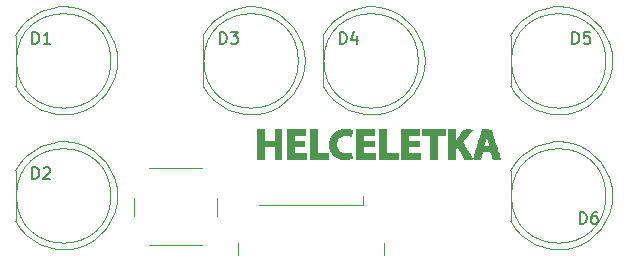
<source format=gbr>
%TF.GenerationSoftware,KiCad,Pcbnew,(5.1.6)-1*%
%TF.CreationDate,2020-05-26T13:10:35+02:00*%
%TF.ProjectId,semaforBoard,73656d61-666f-4724-926f-6172642e6b69,rev?*%
%TF.SameCoordinates,Original*%
%TF.FileFunction,Legend,Top*%
%TF.FilePolarity,Positive*%
%FSLAX46Y46*%
G04 Gerber Fmt 4.6, Leading zero omitted, Abs format (unit mm)*
G04 Created by KiCad (PCBNEW (5.1.6)-1) date 2020-05-26 13:10:35*
%MOMM*%
%LPD*%
G01*
G04 APERTURE LIST*
%ADD10C,0.010000*%
%ADD11C,0.120000*%
%ADD12C,0.150000*%
G04 APERTURE END LIST*
D10*
%TO.C,G2*%
G36*
X157721292Y-93433580D02*
G01*
X158095213Y-93438133D01*
X158479124Y-94661494D01*
X158540439Y-94857341D01*
X158598510Y-95043719D01*
X158652571Y-95218122D01*
X158701859Y-95378043D01*
X158745611Y-95520976D01*
X158783062Y-95644412D01*
X158813449Y-95745846D01*
X158836008Y-95822771D01*
X158849975Y-95872681D01*
X158854586Y-95893067D01*
X158854495Y-95893394D01*
X158835604Y-95896150D01*
X158788439Y-95898537D01*
X158718593Y-95900398D01*
X158631658Y-95901579D01*
X158545974Y-95901933D01*
X158245992Y-95901933D01*
X158202948Y-95762233D01*
X158178810Y-95683528D01*
X158149540Y-95587551D01*
X158119755Y-95489463D01*
X158104946Y-95440500D01*
X158049989Y-95258466D01*
X157361954Y-95258466D01*
X157343438Y-95330433D01*
X157332101Y-95372565D01*
X157313590Y-95439209D01*
X157290154Y-95522347D01*
X157264046Y-95613961D01*
X157254294Y-95647933D01*
X157183667Y-95893467D01*
X156891567Y-95898100D01*
X156772610Y-95899001D01*
X156683702Y-95897501D01*
X156625990Y-95893649D01*
X156600623Y-95887493D01*
X156599467Y-95885506D01*
X156604267Y-95867823D01*
X156618042Y-95820834D01*
X156639856Y-95747615D01*
X156668774Y-95651245D01*
X156703860Y-95534800D01*
X156744177Y-95401359D01*
X156788789Y-95253997D01*
X156836761Y-95095794D01*
X156887157Y-94929826D01*
X156921297Y-94817531D01*
X157451942Y-94817531D01*
X157460263Y-94825198D01*
X157483016Y-94830267D01*
X157524847Y-94833261D01*
X157590403Y-94834706D01*
X157684331Y-94835126D01*
X157704845Y-94835133D01*
X157967179Y-94835133D01*
X157892581Y-94585367D01*
X157860512Y-94476161D01*
X157826443Y-94357079D01*
X157794183Y-94241620D01*
X157767546Y-94143278D01*
X157764680Y-94132400D01*
X157743366Y-94053493D01*
X157724134Y-93986579D01*
X157709023Y-93938472D01*
X157700075Y-93915987D01*
X157699790Y-93915615D01*
X157690876Y-93923539D01*
X157678734Y-93957428D01*
X157666259Y-94008748D01*
X157656053Y-94053349D01*
X157639110Y-94121843D01*
X157617055Y-94208146D01*
X157591509Y-94306176D01*
X157564096Y-94409848D01*
X157536437Y-94513081D01*
X157510155Y-94609789D01*
X157486874Y-94693891D01*
X157468215Y-94759302D01*
X157455802Y-94799940D01*
X157453406Y-94806739D01*
X157451942Y-94817531D01*
X156921297Y-94817531D01*
X156939040Y-94759170D01*
X156991475Y-94586904D01*
X157043526Y-94416105D01*
X157094256Y-94249852D01*
X157142730Y-94091220D01*
X157188012Y-93943287D01*
X157229165Y-93809132D01*
X157265255Y-93691830D01*
X157295344Y-93594461D01*
X157318497Y-93520100D01*
X157329760Y-93484380D01*
X157347371Y-93429026D01*
X157721292Y-93433580D01*
G37*
X157721292Y-93433580D02*
X158095213Y-93438133D01*
X158479124Y-94661494D01*
X158540439Y-94857341D01*
X158598510Y-95043719D01*
X158652571Y-95218122D01*
X158701859Y-95378043D01*
X158745611Y-95520976D01*
X158783062Y-95644412D01*
X158813449Y-95745846D01*
X158836008Y-95822771D01*
X158849975Y-95872681D01*
X158854586Y-95893067D01*
X158854495Y-95893394D01*
X158835604Y-95896150D01*
X158788439Y-95898537D01*
X158718593Y-95900398D01*
X158631658Y-95901579D01*
X158545974Y-95901933D01*
X158245992Y-95901933D01*
X158202948Y-95762233D01*
X158178810Y-95683528D01*
X158149540Y-95587551D01*
X158119755Y-95489463D01*
X158104946Y-95440500D01*
X158049989Y-95258466D01*
X157361954Y-95258466D01*
X157343438Y-95330433D01*
X157332101Y-95372565D01*
X157313590Y-95439209D01*
X157290154Y-95522347D01*
X157264046Y-95613961D01*
X157254294Y-95647933D01*
X157183667Y-95893467D01*
X156891567Y-95898100D01*
X156772610Y-95899001D01*
X156683702Y-95897501D01*
X156625990Y-95893649D01*
X156600623Y-95887493D01*
X156599467Y-95885506D01*
X156604267Y-95867823D01*
X156618042Y-95820834D01*
X156639856Y-95747615D01*
X156668774Y-95651245D01*
X156703860Y-95534800D01*
X156744177Y-95401359D01*
X156788789Y-95253997D01*
X156836761Y-95095794D01*
X156887157Y-94929826D01*
X156921297Y-94817531D01*
X157451942Y-94817531D01*
X157460263Y-94825198D01*
X157483016Y-94830267D01*
X157524847Y-94833261D01*
X157590403Y-94834706D01*
X157684331Y-94835126D01*
X157704845Y-94835133D01*
X157967179Y-94835133D01*
X157892581Y-94585367D01*
X157860512Y-94476161D01*
X157826443Y-94357079D01*
X157794183Y-94241620D01*
X157767546Y-94143278D01*
X157764680Y-94132400D01*
X157743366Y-94053493D01*
X157724134Y-93986579D01*
X157709023Y-93938472D01*
X157700075Y-93915987D01*
X157699790Y-93915615D01*
X157690876Y-93923539D01*
X157678734Y-93957428D01*
X157666259Y-94008748D01*
X157656053Y-94053349D01*
X157639110Y-94121843D01*
X157617055Y-94208146D01*
X157591509Y-94306176D01*
X157564096Y-94409848D01*
X157536437Y-94513081D01*
X157510155Y-94609789D01*
X157486874Y-94693891D01*
X157468215Y-94759302D01*
X157455802Y-94799940D01*
X157453406Y-94806739D01*
X157451942Y-94817531D01*
X156921297Y-94817531D01*
X156939040Y-94759170D01*
X156991475Y-94586904D01*
X157043526Y-94416105D01*
X157094256Y-94249852D01*
X157142730Y-94091220D01*
X157188012Y-93943287D01*
X157229165Y-93809132D01*
X157265255Y-93691830D01*
X157295344Y-93594461D01*
X157318497Y-93520100D01*
X157329760Y-93484380D01*
X157347371Y-93429026D01*
X157721292Y-93433580D01*
G36*
X155041600Y-94498891D02*
G01*
X155234041Y-94214045D01*
X155307977Y-94104810D01*
X155389948Y-93984041D01*
X155472679Y-93862434D01*
X155548895Y-93750687D01*
X155594743Y-93683667D01*
X155763003Y-93438133D01*
X156115029Y-93433552D01*
X156238183Y-93432698D01*
X156336709Y-93433590D01*
X156408234Y-93436147D01*
X156450385Y-93440291D01*
X156461294Y-93445189D01*
X156449876Y-93461785D01*
X156419878Y-93501956D01*
X156373648Y-93562652D01*
X156313534Y-93640820D01*
X156241883Y-93733409D01*
X156161042Y-93837367D01*
X156073358Y-93949643D01*
X156067914Y-93956598D01*
X155979769Y-94069707D01*
X155898344Y-94175153D01*
X155825999Y-94269812D01*
X155765090Y-94350554D01*
X155717977Y-94414254D01*
X155687017Y-94457784D01*
X155674568Y-94478017D01*
X155674474Y-94478361D01*
X155681917Y-94497748D01*
X155705511Y-94542973D01*
X155743545Y-94611101D01*
X155794310Y-94699196D01*
X155856097Y-94804322D01*
X155927194Y-94923543D01*
X156005893Y-95053924D01*
X156089382Y-95190733D01*
X156173626Y-95328706D01*
X156251765Y-95457944D01*
X156322123Y-95575583D01*
X156383023Y-95678762D01*
X156432790Y-95764616D01*
X156469748Y-95830284D01*
X156492221Y-95872903D01*
X156498532Y-95889609D01*
X156498524Y-95889618D01*
X156478705Y-95893486D01*
X156430500Y-95896412D01*
X156359381Y-95898253D01*
X156270817Y-95898871D01*
X156170282Y-95898127D01*
X156167336Y-95898085D01*
X155847734Y-95893467D01*
X155550501Y-95373354D01*
X155481438Y-95252920D01*
X155417585Y-95142366D01*
X155360891Y-95045005D01*
X155313304Y-94964152D01*
X155276775Y-94903119D01*
X155253252Y-94865222D01*
X155244800Y-94853634D01*
X155231228Y-94866155D01*
X155201890Y-94899401D01*
X155161916Y-94947445D01*
X155139026Y-94975813D01*
X155041718Y-95097600D01*
X155041659Y-95499767D01*
X155041600Y-95901933D01*
X154482800Y-95901933D01*
X154482800Y-93429667D01*
X155041600Y-93429667D01*
X155041600Y-94498891D01*
G37*
X155041600Y-94498891D02*
X155234041Y-94214045D01*
X155307977Y-94104810D01*
X155389948Y-93984041D01*
X155472679Y-93862434D01*
X155548895Y-93750687D01*
X155594743Y-93683667D01*
X155763003Y-93438133D01*
X156115029Y-93433552D01*
X156238183Y-93432698D01*
X156336709Y-93433590D01*
X156408234Y-93436147D01*
X156450385Y-93440291D01*
X156461294Y-93445189D01*
X156449876Y-93461785D01*
X156419878Y-93501956D01*
X156373648Y-93562652D01*
X156313534Y-93640820D01*
X156241883Y-93733409D01*
X156161042Y-93837367D01*
X156073358Y-93949643D01*
X156067914Y-93956598D01*
X155979769Y-94069707D01*
X155898344Y-94175153D01*
X155825999Y-94269812D01*
X155765090Y-94350554D01*
X155717977Y-94414254D01*
X155687017Y-94457784D01*
X155674568Y-94478017D01*
X155674474Y-94478361D01*
X155681917Y-94497748D01*
X155705511Y-94542973D01*
X155743545Y-94611101D01*
X155794310Y-94699196D01*
X155856097Y-94804322D01*
X155927194Y-94923543D01*
X156005893Y-95053924D01*
X156089382Y-95190733D01*
X156173626Y-95328706D01*
X156251765Y-95457944D01*
X156322123Y-95575583D01*
X156383023Y-95678762D01*
X156432790Y-95764616D01*
X156469748Y-95830284D01*
X156492221Y-95872903D01*
X156498532Y-95889609D01*
X156498524Y-95889618D01*
X156478705Y-95893486D01*
X156430500Y-95896412D01*
X156359381Y-95898253D01*
X156270817Y-95898871D01*
X156170282Y-95898127D01*
X156167336Y-95898085D01*
X155847734Y-95893467D01*
X155550501Y-95373354D01*
X155481438Y-95252920D01*
X155417585Y-95142366D01*
X155360891Y-95045005D01*
X155313304Y-94964152D01*
X155276775Y-94903119D01*
X155253252Y-94865222D01*
X155244800Y-94853634D01*
X155231228Y-94866155D01*
X155201890Y-94899401D01*
X155161916Y-94947445D01*
X155139026Y-94975813D01*
X155041718Y-95097600D01*
X155041659Y-95499767D01*
X155041600Y-95901933D01*
X154482800Y-95901933D01*
X154482800Y-93429667D01*
X155041600Y-93429667D01*
X155041600Y-94498891D01*
G36*
X154194933Y-93903800D02*
G01*
X153534804Y-93903800D01*
X153530436Y-94898633D01*
X153526067Y-95893467D01*
X153242433Y-95898109D01*
X152958800Y-95902752D01*
X152958800Y-93903800D01*
X152281467Y-93903800D01*
X152281467Y-93429667D01*
X154194933Y-93429667D01*
X154194933Y-93903800D01*
G37*
X154194933Y-93903800D02*
X153534804Y-93903800D01*
X153530436Y-94898633D01*
X153526067Y-95893467D01*
X153242433Y-95898109D01*
X152958800Y-95902752D01*
X152958800Y-93903800D01*
X152281467Y-93903800D01*
X152281467Y-93429667D01*
X154194933Y-93429667D01*
X154194933Y-93903800D01*
G36*
X152044400Y-93903800D02*
G01*
X151079200Y-93903800D01*
X151079200Y-94394867D01*
X151993600Y-94394867D01*
X151993600Y-94852067D01*
X151079200Y-94852067D01*
X151079200Y-95427800D01*
X152095200Y-95427800D01*
X152095200Y-95901933D01*
X150503467Y-95901933D01*
X150503467Y-93429667D01*
X152044400Y-93429667D01*
X152044400Y-93903800D01*
G37*
X152044400Y-93903800D02*
X151079200Y-93903800D01*
X151079200Y-94394867D01*
X151993600Y-94394867D01*
X151993600Y-94852067D01*
X151079200Y-94852067D01*
X151079200Y-95427800D01*
X152095200Y-95427800D01*
X152095200Y-95901933D01*
X150503467Y-95901933D01*
X150503467Y-93429667D01*
X152044400Y-93429667D01*
X152044400Y-93903800D01*
G36*
X149216534Y-95410867D02*
G01*
X150199597Y-95410867D01*
X150194898Y-95652167D01*
X150190200Y-95893467D01*
X148640800Y-95902275D01*
X148640800Y-93429667D01*
X149216534Y-93429667D01*
X149216534Y-95410867D01*
G37*
X149216534Y-95410867D02*
X150199597Y-95410867D01*
X150194898Y-95652167D01*
X150190200Y-95893467D01*
X148640800Y-95902275D01*
X148640800Y-93429667D01*
X149216534Y-93429667D01*
X149216534Y-95410867D01*
G36*
X148217467Y-93903800D02*
G01*
X147252267Y-93903800D01*
X147252267Y-94394867D01*
X148166667Y-94394867D01*
X148166667Y-94852067D01*
X147252267Y-94852067D01*
X147252267Y-95427800D01*
X148268267Y-95427800D01*
X148268267Y-95901933D01*
X146693467Y-95901933D01*
X146693467Y-93429667D01*
X148217467Y-93429667D01*
X148217467Y-93903800D01*
G37*
X148217467Y-93903800D02*
X147252267Y-93903800D01*
X147252267Y-94394867D01*
X148166667Y-94394867D01*
X148166667Y-94852067D01*
X147252267Y-94852067D01*
X147252267Y-95427800D01*
X148268267Y-95427800D01*
X148268267Y-95901933D01*
X146693467Y-95901933D01*
X146693467Y-93429667D01*
X148217467Y-93429667D01*
X148217467Y-93903800D01*
G36*
X143357600Y-95410867D02*
G01*
X144340663Y-95410867D01*
X144331267Y-95893467D01*
X142781867Y-95902275D01*
X142781867Y-93429667D01*
X143357600Y-93429667D01*
X143357600Y-95410867D01*
G37*
X143357600Y-95410867D02*
X144340663Y-95410867D01*
X144331267Y-95893467D01*
X142781867Y-95902275D01*
X142781867Y-93429667D01*
X143357600Y-93429667D01*
X143357600Y-95410867D01*
G36*
X142358533Y-93903800D02*
G01*
X141393334Y-93903800D01*
X141393334Y-94394867D01*
X142307733Y-94394867D01*
X142307733Y-94852067D01*
X141393334Y-94852067D01*
X141393334Y-95427800D01*
X142409334Y-95427800D01*
X142409334Y-95901933D01*
X140834534Y-95901933D01*
X140834534Y-93429667D01*
X142358533Y-93429667D01*
X142358533Y-93903800D01*
G37*
X142358533Y-93903800D02*
X141393334Y-93903800D01*
X141393334Y-94394867D01*
X142307733Y-94394867D01*
X142307733Y-94852067D01*
X141393334Y-94852067D01*
X141393334Y-95427800D01*
X142409334Y-95427800D01*
X142409334Y-95901933D01*
X140834534Y-95901933D01*
X140834534Y-93429667D01*
X142358533Y-93429667D01*
X142358533Y-93903800D01*
G36*
X138887200Y-94377933D02*
G01*
X139784667Y-94377933D01*
X139784667Y-93429667D01*
X140360621Y-93429667D01*
X140356277Y-94661567D01*
X140351934Y-95893467D01*
X140068300Y-95898109D01*
X139784667Y-95902752D01*
X139784667Y-94869000D01*
X138887697Y-94869000D01*
X138883215Y-95381233D01*
X138878734Y-95893467D01*
X138595100Y-95898109D01*
X138311467Y-95902752D01*
X138311467Y-93429667D01*
X138887200Y-93429667D01*
X138887200Y-94377933D01*
G37*
X138887200Y-94377933D02*
X139784667Y-94377933D01*
X139784667Y-93429667D01*
X140360621Y-93429667D01*
X140356277Y-94661567D01*
X140351934Y-95893467D01*
X140068300Y-95898109D01*
X139784667Y-95902752D01*
X139784667Y-94869000D01*
X138887697Y-94869000D01*
X138883215Y-95381233D01*
X138878734Y-95893467D01*
X138595100Y-95898109D01*
X138311467Y-95902752D01*
X138311467Y-93429667D01*
X138887200Y-93429667D01*
X138887200Y-94377933D01*
G36*
X145875350Y-93406136D02*
G01*
X145962208Y-93408020D01*
X146030203Y-93412090D01*
X146086833Y-93419020D01*
X146139595Y-93429486D01*
X146195987Y-93444163D01*
X146199554Y-93445165D01*
X146264383Y-93465661D01*
X146315740Y-93486074D01*
X146345481Y-93502998D01*
X146349426Y-93507819D01*
X146348543Y-93532073D01*
X146339840Y-93581963D01*
X146324734Y-93650545D01*
X146304642Y-93730872D01*
X146301472Y-93742808D01*
X146276695Y-93832264D01*
X146257554Y-93892866D01*
X146242340Y-93928821D01*
X146229340Y-93944337D01*
X146219333Y-93944838D01*
X146101133Y-93908604D01*
X145965117Y-93884084D01*
X145822596Y-93872099D01*
X145684878Y-93873470D01*
X145563270Y-93889018D01*
X145536575Y-93895252D01*
X145388844Y-93949778D01*
X145262637Y-94030034D01*
X145159336Y-94134523D01*
X145080322Y-94261752D01*
X145026977Y-94410223D01*
X145016198Y-94458615D01*
X145003972Y-94560463D01*
X145001997Y-94676551D01*
X145009523Y-94795040D01*
X145025799Y-94904087D01*
X145049972Y-94991584D01*
X145119649Y-95133158D01*
X145210609Y-95248573D01*
X145323019Y-95337931D01*
X145457045Y-95401335D01*
X145612854Y-95438887D01*
X145790614Y-95450691D01*
X145796000Y-95450651D01*
X145917954Y-95444672D01*
X146038502Y-95430099D01*
X146146390Y-95408647D01*
X146220939Y-95385825D01*
X146233595Y-95386144D01*
X146244836Y-95401105D01*
X146256349Y-95435574D01*
X146269818Y-95494420D01*
X146284439Y-95569228D01*
X146302463Y-95666703D01*
X146313779Y-95736305D01*
X146318196Y-95783395D01*
X146315520Y-95813334D01*
X146305559Y-95831482D01*
X146288120Y-95843201D01*
X146274367Y-95849220D01*
X146195559Y-95873694D01*
X146091198Y-95894662D01*
X145969479Y-95911455D01*
X145838597Y-95923401D01*
X145706748Y-95929829D01*
X145582126Y-95930069D01*
X145472926Y-95923448D01*
X145431933Y-95918197D01*
X145227430Y-95871932D01*
X145041236Y-95800438D01*
X144875423Y-95705114D01*
X144732067Y-95587361D01*
X144613240Y-95448580D01*
X144530166Y-95309266D01*
X144479608Y-95197860D01*
X144443425Y-95094685D01*
X144419588Y-94990062D01*
X144406066Y-94874313D01*
X144400831Y-94737759D01*
X144400573Y-94691200D01*
X144405025Y-94536934D01*
X144419909Y-94404735D01*
X144447582Y-94283779D01*
X144490403Y-94163244D01*
X144538925Y-94056200D01*
X144609181Y-93940115D01*
X144704203Y-93823429D01*
X144815973Y-93714035D01*
X144936475Y-93619829D01*
X145050933Y-93551987D01*
X145160221Y-93501298D01*
X145259185Y-93463436D01*
X145356166Y-93436687D01*
X145459506Y-93419334D01*
X145577546Y-93409664D01*
X145718628Y-93405960D01*
X145762133Y-93405761D01*
X145875350Y-93406136D01*
G37*
X145875350Y-93406136D02*
X145962208Y-93408020D01*
X146030203Y-93412090D01*
X146086833Y-93419020D01*
X146139595Y-93429486D01*
X146195987Y-93444163D01*
X146199554Y-93445165D01*
X146264383Y-93465661D01*
X146315740Y-93486074D01*
X146345481Y-93502998D01*
X146349426Y-93507819D01*
X146348543Y-93532073D01*
X146339840Y-93581963D01*
X146324734Y-93650545D01*
X146304642Y-93730872D01*
X146301472Y-93742808D01*
X146276695Y-93832264D01*
X146257554Y-93892866D01*
X146242340Y-93928821D01*
X146229340Y-93944337D01*
X146219333Y-93944838D01*
X146101133Y-93908604D01*
X145965117Y-93884084D01*
X145822596Y-93872099D01*
X145684878Y-93873470D01*
X145563270Y-93889018D01*
X145536575Y-93895252D01*
X145388844Y-93949778D01*
X145262637Y-94030034D01*
X145159336Y-94134523D01*
X145080322Y-94261752D01*
X145026977Y-94410223D01*
X145016198Y-94458615D01*
X145003972Y-94560463D01*
X145001997Y-94676551D01*
X145009523Y-94795040D01*
X145025799Y-94904087D01*
X145049972Y-94991584D01*
X145119649Y-95133158D01*
X145210609Y-95248573D01*
X145323019Y-95337931D01*
X145457045Y-95401335D01*
X145612854Y-95438887D01*
X145790614Y-95450691D01*
X145796000Y-95450651D01*
X145917954Y-95444672D01*
X146038502Y-95430099D01*
X146146390Y-95408647D01*
X146220939Y-95385825D01*
X146233595Y-95386144D01*
X146244836Y-95401105D01*
X146256349Y-95435574D01*
X146269818Y-95494420D01*
X146284439Y-95569228D01*
X146302463Y-95666703D01*
X146313779Y-95736305D01*
X146318196Y-95783395D01*
X146315520Y-95813334D01*
X146305559Y-95831482D01*
X146288120Y-95843201D01*
X146274367Y-95849220D01*
X146195559Y-95873694D01*
X146091198Y-95894662D01*
X145969479Y-95911455D01*
X145838597Y-95923401D01*
X145706748Y-95929829D01*
X145582126Y-95930069D01*
X145472926Y-95923448D01*
X145431933Y-95918197D01*
X145227430Y-95871932D01*
X145041236Y-95800438D01*
X144875423Y-95705114D01*
X144732067Y-95587361D01*
X144613240Y-95448580D01*
X144530166Y-95309266D01*
X144479608Y-95197860D01*
X144443425Y-95094685D01*
X144419588Y-94990062D01*
X144406066Y-94874313D01*
X144400831Y-94737759D01*
X144400573Y-94691200D01*
X144405025Y-94536934D01*
X144419909Y-94404735D01*
X144447582Y-94283779D01*
X144490403Y-94163244D01*
X144538925Y-94056200D01*
X144609181Y-93940115D01*
X144704203Y-93823429D01*
X144815973Y-93714035D01*
X144936475Y-93619829D01*
X145050933Y-93551987D01*
X145160221Y-93501298D01*
X145259185Y-93463436D01*
X145356166Y-93436687D01*
X145459506Y-93419334D01*
X145577546Y-93409664D01*
X145718628Y-93405960D01*
X145762133Y-93405761D01*
X145875350Y-93406136D01*
D11*
%TO.C,J3*%
X147260000Y-99845000D02*
X147260000Y-99090000D01*
X136715000Y-103015000D02*
X136715000Y-104065000D01*
X149005000Y-103015000D02*
X149005000Y-104065000D01*
X147260000Y-99845000D02*
X138460000Y-99845000D01*
%TO.C,SW1*%
X127870000Y-99235000D02*
X127870000Y-100735000D01*
X129120000Y-103235000D02*
X133620000Y-103235000D01*
X134870000Y-100735000D02*
X134870000Y-99235000D01*
X133620000Y-96735000D02*
X129120000Y-96735000D01*
%TO.C,D6*%
X159770000Y-96918000D02*
X159770000Y-101202000D01*
X167830000Y-99060000D02*
G75*
G03*
X167830000Y-99060000I-4000000J0D01*
G01*
X168420000Y-99059514D02*
G75*
G02*
X159770000Y-101201145I-4590000J-486D01*
G01*
X168420000Y-99060486D02*
G75*
G03*
X159770000Y-96918855I-4590000J486D01*
G01*
%TO.C,D5*%
X159770000Y-85488000D02*
X159770000Y-89772000D01*
X167830000Y-87630000D02*
G75*
G03*
X167830000Y-87630000I-4000000J0D01*
G01*
X168420000Y-87629514D02*
G75*
G02*
X159770000Y-89771145I-4590000J-486D01*
G01*
X168420000Y-87630486D02*
G75*
G03*
X159770000Y-85488855I-4590000J486D01*
G01*
%TO.C,D4*%
X143895000Y-85488000D02*
X143895000Y-89772000D01*
X151955000Y-87630000D02*
G75*
G03*
X151955000Y-87630000I-4000000J0D01*
G01*
X152545000Y-87629514D02*
G75*
G02*
X143895000Y-89771145I-4590000J-486D01*
G01*
X152545000Y-87630486D02*
G75*
G03*
X143895000Y-85488855I-4590000J486D01*
G01*
%TO.C,D3*%
X133735000Y-85488000D02*
X133735000Y-89772000D01*
X141795000Y-87630000D02*
G75*
G03*
X141795000Y-87630000I-4000000J0D01*
G01*
X142385000Y-87629514D02*
G75*
G02*
X133735000Y-89771145I-4590000J-486D01*
G01*
X142385000Y-87630486D02*
G75*
G03*
X133735000Y-85488855I-4590000J486D01*
G01*
%TO.C,D2*%
X117860000Y-96918000D02*
X117860000Y-101202000D01*
X125920000Y-99060000D02*
G75*
G03*
X125920000Y-99060000I-4000000J0D01*
G01*
X126510000Y-99059514D02*
G75*
G02*
X117860000Y-101201145I-4590000J-486D01*
G01*
X126510000Y-99060486D02*
G75*
G03*
X117860000Y-96918855I-4590000J486D01*
G01*
%TO.C,D1*%
X117860000Y-85488000D02*
X117860000Y-89772000D01*
X125920000Y-87630000D02*
G75*
G03*
X125920000Y-87630000I-4000000J0D01*
G01*
X126510000Y-87629514D02*
G75*
G02*
X117860000Y-89771145I-4590000J-486D01*
G01*
X126510000Y-87630486D02*
G75*
G03*
X117860000Y-85488855I-4590000J486D01*
G01*
%TO.C,D6*%
D12*
X165631904Y-101417380D02*
X165631904Y-100417380D01*
X165870000Y-100417380D01*
X166012857Y-100465000D01*
X166108095Y-100560238D01*
X166155714Y-100655476D01*
X166203333Y-100845952D01*
X166203333Y-100988809D01*
X166155714Y-101179285D01*
X166108095Y-101274523D01*
X166012857Y-101369761D01*
X165870000Y-101417380D01*
X165631904Y-101417380D01*
X167060476Y-100417380D02*
X166870000Y-100417380D01*
X166774761Y-100465000D01*
X166727142Y-100512619D01*
X166631904Y-100655476D01*
X166584285Y-100845952D01*
X166584285Y-101226904D01*
X166631904Y-101322142D01*
X166679523Y-101369761D01*
X166774761Y-101417380D01*
X166965238Y-101417380D01*
X167060476Y-101369761D01*
X167108095Y-101322142D01*
X167155714Y-101226904D01*
X167155714Y-100988809D01*
X167108095Y-100893571D01*
X167060476Y-100845952D01*
X166965238Y-100798333D01*
X166774761Y-100798333D01*
X166679523Y-100845952D01*
X166631904Y-100893571D01*
X166584285Y-100988809D01*
%TO.C,D5*%
X164996904Y-86177380D02*
X164996904Y-85177380D01*
X165235000Y-85177380D01*
X165377857Y-85225000D01*
X165473095Y-85320238D01*
X165520714Y-85415476D01*
X165568333Y-85605952D01*
X165568333Y-85748809D01*
X165520714Y-85939285D01*
X165473095Y-86034523D01*
X165377857Y-86129761D01*
X165235000Y-86177380D01*
X164996904Y-86177380D01*
X166473095Y-85177380D02*
X165996904Y-85177380D01*
X165949285Y-85653571D01*
X165996904Y-85605952D01*
X166092142Y-85558333D01*
X166330238Y-85558333D01*
X166425476Y-85605952D01*
X166473095Y-85653571D01*
X166520714Y-85748809D01*
X166520714Y-85986904D01*
X166473095Y-86082142D01*
X166425476Y-86129761D01*
X166330238Y-86177380D01*
X166092142Y-86177380D01*
X165996904Y-86129761D01*
X165949285Y-86082142D01*
%TO.C,D4*%
X145311904Y-86177380D02*
X145311904Y-85177380D01*
X145550000Y-85177380D01*
X145692857Y-85225000D01*
X145788095Y-85320238D01*
X145835714Y-85415476D01*
X145883333Y-85605952D01*
X145883333Y-85748809D01*
X145835714Y-85939285D01*
X145788095Y-86034523D01*
X145692857Y-86129761D01*
X145550000Y-86177380D01*
X145311904Y-86177380D01*
X146740476Y-85510714D02*
X146740476Y-86177380D01*
X146502380Y-85129761D02*
X146264285Y-85844047D01*
X146883333Y-85844047D01*
%TO.C,D3*%
X135151904Y-86177380D02*
X135151904Y-85177380D01*
X135390000Y-85177380D01*
X135532857Y-85225000D01*
X135628095Y-85320238D01*
X135675714Y-85415476D01*
X135723333Y-85605952D01*
X135723333Y-85748809D01*
X135675714Y-85939285D01*
X135628095Y-86034523D01*
X135532857Y-86129761D01*
X135390000Y-86177380D01*
X135151904Y-86177380D01*
X136056666Y-85177380D02*
X136675714Y-85177380D01*
X136342380Y-85558333D01*
X136485238Y-85558333D01*
X136580476Y-85605952D01*
X136628095Y-85653571D01*
X136675714Y-85748809D01*
X136675714Y-85986904D01*
X136628095Y-86082142D01*
X136580476Y-86129761D01*
X136485238Y-86177380D01*
X136199523Y-86177380D01*
X136104285Y-86129761D01*
X136056666Y-86082142D01*
%TO.C,D2*%
X119276904Y-97607380D02*
X119276904Y-96607380D01*
X119515000Y-96607380D01*
X119657857Y-96655000D01*
X119753095Y-96750238D01*
X119800714Y-96845476D01*
X119848333Y-97035952D01*
X119848333Y-97178809D01*
X119800714Y-97369285D01*
X119753095Y-97464523D01*
X119657857Y-97559761D01*
X119515000Y-97607380D01*
X119276904Y-97607380D01*
X120229285Y-96702619D02*
X120276904Y-96655000D01*
X120372142Y-96607380D01*
X120610238Y-96607380D01*
X120705476Y-96655000D01*
X120753095Y-96702619D01*
X120800714Y-96797857D01*
X120800714Y-96893095D01*
X120753095Y-97035952D01*
X120181666Y-97607380D01*
X120800714Y-97607380D01*
%TO.C,D1*%
X119276904Y-86177380D02*
X119276904Y-85177380D01*
X119515000Y-85177380D01*
X119657857Y-85225000D01*
X119753095Y-85320238D01*
X119800714Y-85415476D01*
X119848333Y-85605952D01*
X119848333Y-85748809D01*
X119800714Y-85939285D01*
X119753095Y-86034523D01*
X119657857Y-86129761D01*
X119515000Y-86177380D01*
X119276904Y-86177380D01*
X120800714Y-86177380D02*
X120229285Y-86177380D01*
X120515000Y-86177380D02*
X120515000Y-85177380D01*
X120419761Y-85320238D01*
X120324523Y-85415476D01*
X120229285Y-85463095D01*
%TD*%
M02*

</source>
